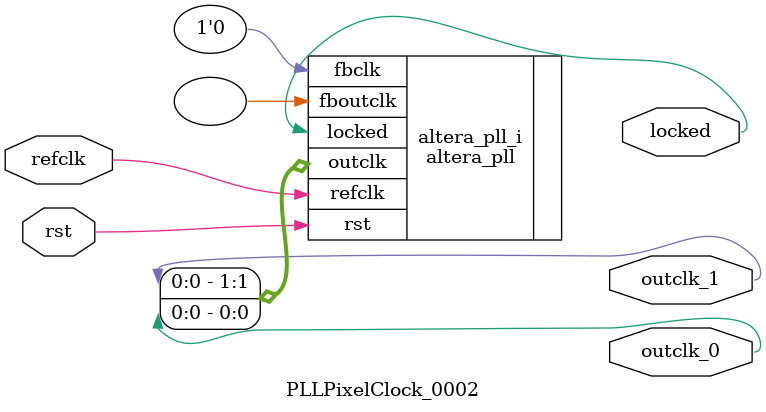
<source format=v>
`timescale 1ns/10ps
module  PLLPixelClock_0002(

	// interface 'refclk'
	input wire refclk,

	// interface 'reset'
	input wire rst,

	// interface 'outclk0'
	output wire outclk_0,

	// interface 'outclk1'
	output wire outclk_1,

	// interface 'locked'
	output wire locked
);

	altera_pll #(
		.fractional_vco_multiplier("false"),
		.reference_clock_frequency("50.0 MHz"),
		.operation_mode("direct"),
		.number_of_clocks(2),
		.output_clock_frequency0("25.200000 MHz"),
		.phase_shift0("0 ps"),
		.duty_cycle0(50),
		.output_clock_frequency1("25.200000 MHz"),
		.phase_shift1("9921 ps"),
		.duty_cycle1(50),
		.output_clock_frequency2("0 MHz"),
		.phase_shift2("0 ps"),
		.duty_cycle2(50),
		.output_clock_frequency3("0 MHz"),
		.phase_shift3("0 ps"),
		.duty_cycle3(50),
		.output_clock_frequency4("0 MHz"),
		.phase_shift4("0 ps"),
		.duty_cycle4(50),
		.output_clock_frequency5("0 MHz"),
		.phase_shift5("0 ps"),
		.duty_cycle5(50),
		.output_clock_frequency6("0 MHz"),
		.phase_shift6("0 ps"),
		.duty_cycle6(50),
		.output_clock_frequency7("0 MHz"),
		.phase_shift7("0 ps"),
		.duty_cycle7(50),
		.output_clock_frequency8("0 MHz"),
		.phase_shift8("0 ps"),
		.duty_cycle8(50),
		.output_clock_frequency9("0 MHz"),
		.phase_shift9("0 ps"),
		.duty_cycle9(50),
		.output_clock_frequency10("0 MHz"),
		.phase_shift10("0 ps"),
		.duty_cycle10(50),
		.output_clock_frequency11("0 MHz"),
		.phase_shift11("0 ps"),
		.duty_cycle11(50),
		.output_clock_frequency12("0 MHz"),
		.phase_shift12("0 ps"),
		.duty_cycle12(50),
		.output_clock_frequency13("0 MHz"),
		.phase_shift13("0 ps"),
		.duty_cycle13(50),
		.output_clock_frequency14("0 MHz"),
		.phase_shift14("0 ps"),
		.duty_cycle14(50),
		.output_clock_frequency15("0 MHz"),
		.phase_shift15("0 ps"),
		.duty_cycle15(50),
		.output_clock_frequency16("0 MHz"),
		.phase_shift16("0 ps"),
		.duty_cycle16(50),
		.output_clock_frequency17("0 MHz"),
		.phase_shift17("0 ps"),
		.duty_cycle17(50),
		.pll_type("General"),
		.pll_subtype("General")
	) altera_pll_i (
		.rst	(rst),
		.outclk	({outclk_1, outclk_0}),
		.locked	(locked),
		.fboutclk	( ),
		.fbclk	(1'b0),
		.refclk	(refclk)
	);
endmodule


</source>
